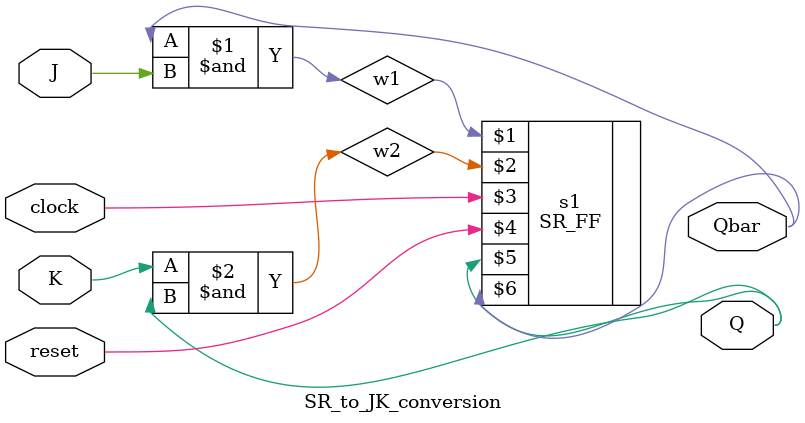
<source format=sv>
/*
	IMPLEMENT THE FUNCTIONALITY OF A JK FLIP FLOP USING A SR FLIP FLOP
    
 	NOTE : USE NON-BLOCKING ASSINGMENTS FOR SEQUENTIAL DESIGN.
*/

`include "SR_FF.sv"


module SR_to_JK_conversion(J,K,clock,reset,Q,Qbar);
	
	
  //DECLARE INPUTS
  input J, K, clock, reset; // only J, K required for JK conversion; clock and reset meant for connected SRFF
    
  wire w1, w2;
  
  and a1(w1, Qbar, J);
  and a2(w2, K, Q);
  
  //DECLARE OUTPUT REGISTERS
  
  output Q,Qbar;
  // register instantiation done in the SRFF

  
  //INSTANTIATE SR FLIP FLOP : IMPLEMENT JK FLIP FLOP FUNCTIONALITY 
  
  SR_FF s1(w1, w2, clock, reset, Q, Qbar);
  
  
  // This connects 2 AND gates to the SR-FF
  // These AND gates combine the output Q of the SR-FF with input K
  // Output Qbar is also combined with input J, as per the diagram of a JKFF conversion
  // Non-latch conditions only occur for clock = 1 (hence the posedge condition in the SRFF), and no effect happens when clock = 0, so no need to consider it in the AND gate.
  
  
endmodule
</source>
